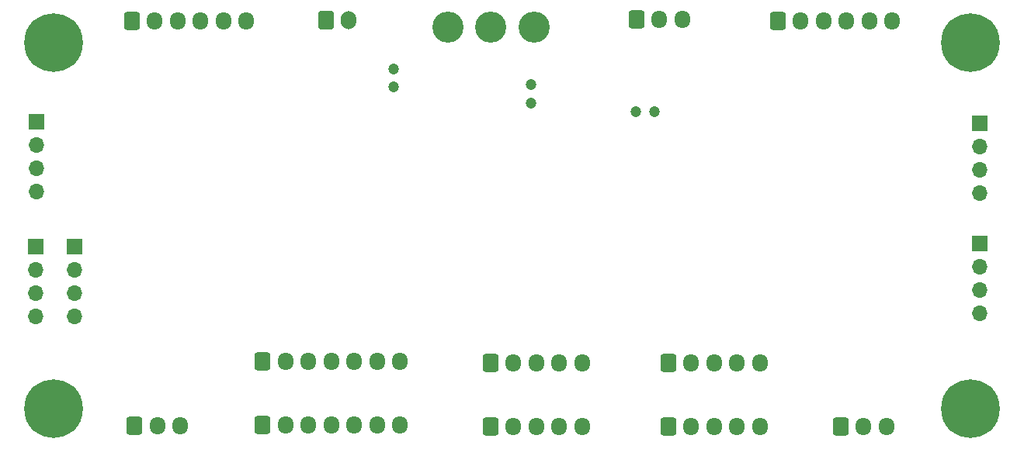
<source format=gbr>
%TF.GenerationSoftware,KiCad,Pcbnew,(6.0.7-1)-1*%
%TF.CreationDate,2022-10-27T12:50:35+02:00*%
%TF.ProjectId,ESE_RuizHerbelinAsfary,4553455f-5275-4697-9a48-657262656c69,rev?*%
%TF.SameCoordinates,Original*%
%TF.FileFunction,Soldermask,Bot*%
%TF.FilePolarity,Negative*%
%FSLAX46Y46*%
G04 Gerber Fmt 4.6, Leading zero omitted, Abs format (unit mm)*
G04 Created by KiCad (PCBNEW (6.0.7-1)-1) date 2022-10-27 12:50:35*
%MOMM*%
%LPD*%
G01*
G04 APERTURE LIST*
G04 Aperture macros list*
%AMRoundRect*
0 Rectangle with rounded corners*
0 $1 Rounding radius*
0 $2 $3 $4 $5 $6 $7 $8 $9 X,Y pos of 4 corners*
0 Add a 4 corners polygon primitive as box body*
4,1,4,$2,$3,$4,$5,$6,$7,$8,$9,$2,$3,0*
0 Add four circle primitives for the rounded corners*
1,1,$1+$1,$2,$3*
1,1,$1+$1,$4,$5*
1,1,$1+$1,$6,$7*
1,1,$1+$1,$8,$9*
0 Add four rect primitives between the rounded corners*
20,1,$1+$1,$2,$3,$4,$5,0*
20,1,$1+$1,$4,$5,$6,$7,0*
20,1,$1+$1,$6,$7,$8,$9,0*
20,1,$1+$1,$8,$9,$2,$3,0*%
G04 Aperture macros list end*
%ADD10R,1.700000X1.700000*%
%ADD11O,1.700000X1.700000*%
%ADD12RoundRect,0.250000X-0.600000X-0.725000X0.600000X-0.725000X0.600000X0.725000X-0.600000X0.725000X0*%
%ADD13O,1.700000X1.950000*%
%ADD14C,0.800000*%
%ADD15C,6.400000*%
%ADD16RoundRect,0.250000X-0.600000X-0.750000X0.600000X-0.750000X0.600000X0.750000X-0.600000X0.750000X0*%
%ADD17O,1.700000X2.000000*%
%ADD18C,1.200000*%
%ADD19C,3.400000*%
G04 APERTURE END LIST*
D10*
%TO.C,J102*%
X121000000Y-28780000D03*
D11*
X121000000Y-31320000D03*
X121000000Y-33860000D03*
X121000000Y-36400000D03*
%TD*%
D12*
%TO.C,J204*%
X105800000Y-61910000D03*
D13*
X108300000Y-61910000D03*
X110800000Y-61910000D03*
%TD*%
D12*
%TO.C,J202*%
X42780000Y-54780000D03*
D13*
X45280000Y-54780000D03*
X47780000Y-54780000D03*
X50280000Y-54780000D03*
X52780000Y-54780000D03*
X55280000Y-54780000D03*
X57780000Y-54780000D03*
%TD*%
D12*
%TO.C,J203*%
X28790000Y-61825000D03*
D13*
X31290000Y-61825000D03*
X33790000Y-61825000D03*
%TD*%
D12*
%TO.C,J201*%
X42780000Y-61760000D03*
D13*
X45280000Y-61760000D03*
X47780000Y-61760000D03*
X50280000Y-61760000D03*
X52780000Y-61760000D03*
X55280000Y-61760000D03*
X57780000Y-61760000D03*
%TD*%
D12*
%TO.C,J207*%
X87030000Y-61910000D03*
D13*
X89530000Y-61910000D03*
X92030000Y-61910000D03*
X94530000Y-61910000D03*
X97030000Y-61910000D03*
%TD*%
D12*
%TO.C,J503*%
X83550000Y-17490000D03*
D13*
X86050000Y-17490000D03*
X88550000Y-17490000D03*
%TD*%
D14*
%TO.C,H103*%
X118302944Y-61697056D03*
X120000000Y-62400000D03*
X120000000Y-57600000D03*
X121697056Y-61697056D03*
X117600000Y-60000000D03*
X122400000Y-60000000D03*
X121697056Y-58302944D03*
D15*
X120000000Y-60000000D03*
D14*
X118302944Y-58302944D03*
%TD*%
D16*
%TO.C,J401*%
X49690000Y-17570000D03*
D17*
X52190000Y-17570000D03*
%TD*%
D10*
%TO.C,J105*%
X121000000Y-41900000D03*
D11*
X121000000Y-44440000D03*
X121000000Y-46980000D03*
X121000000Y-49520000D03*
%TD*%
D18*
%TO.C,C402*%
X57070000Y-22850000D03*
X57070000Y-24850000D03*
%TD*%
%TO.C,C401*%
X72040000Y-24590000D03*
X72040000Y-26590000D03*
%TD*%
%TO.C,C505*%
X83480000Y-27500000D03*
X85480000Y-27500000D03*
%TD*%
D12*
%TO.C,J205*%
X67620000Y-61920000D03*
D13*
X70120000Y-61920000D03*
X72620000Y-61920000D03*
X75120000Y-61920000D03*
X77620000Y-61920000D03*
%TD*%
D14*
%TO.C,H102*%
X118302944Y-21697056D03*
X118302944Y-18302944D03*
X120000000Y-22400000D03*
X120000000Y-17600000D03*
D15*
X120000000Y-20000000D03*
D14*
X121697056Y-21697056D03*
X122400000Y-20000000D03*
X121697056Y-18302944D03*
X117600000Y-20000000D03*
%TD*%
%TO.C,H104*%
X20000000Y-62400000D03*
D15*
X20000000Y-60000000D03*
D14*
X21697056Y-58302944D03*
X22400000Y-60000000D03*
X21697056Y-61697056D03*
X18302944Y-61697056D03*
X20000000Y-57600000D03*
X17600000Y-60000000D03*
X18302944Y-58302944D03*
%TD*%
D10*
%TO.C,J103*%
X18080000Y-28680000D03*
D11*
X18080000Y-31220000D03*
X18080000Y-33760000D03*
X18080000Y-36300000D03*
%TD*%
D19*
%TO.C,S401*%
X62980000Y-18320000D03*
X67680000Y-18320000D03*
X72380000Y-18320000D03*
%TD*%
D12*
%TO.C,J206*%
X67620000Y-54995000D03*
D13*
X70120000Y-54995000D03*
X72620000Y-54995000D03*
X75120000Y-54995000D03*
X77620000Y-54995000D03*
%TD*%
D12*
%TO.C,J208*%
X87030000Y-54980000D03*
D13*
X89530000Y-54980000D03*
X92030000Y-54980000D03*
X94530000Y-54980000D03*
X97030000Y-54980000D03*
%TD*%
D10*
%TO.C,J104*%
X22300000Y-42250000D03*
D11*
X22300000Y-44790000D03*
X22300000Y-47330000D03*
X22300000Y-49870000D03*
%TD*%
D12*
%TO.C,J501*%
X28500000Y-17640000D03*
D13*
X31000000Y-17640000D03*
X33500000Y-17640000D03*
X36000000Y-17640000D03*
X38500000Y-17640000D03*
X41000000Y-17640000D03*
%TD*%
D14*
%TO.C,H101*%
X20000000Y-17600000D03*
D15*
X20000000Y-20000000D03*
D14*
X17600000Y-20000000D03*
X21697056Y-18302944D03*
X18302944Y-18302944D03*
X22400000Y-20000000D03*
X20000000Y-22400000D03*
X18302944Y-21697056D03*
X21697056Y-21697056D03*
%TD*%
D10*
%TO.C,J101*%
X18000000Y-42250000D03*
D11*
X18000000Y-44790000D03*
X18000000Y-47330000D03*
X18000000Y-49870000D03*
%TD*%
D12*
%TO.C,J502*%
X98960000Y-17620000D03*
D13*
X101460000Y-17620000D03*
X103960000Y-17620000D03*
X106460000Y-17620000D03*
X108960000Y-17620000D03*
X111460000Y-17620000D03*
%TD*%
M02*

</source>
